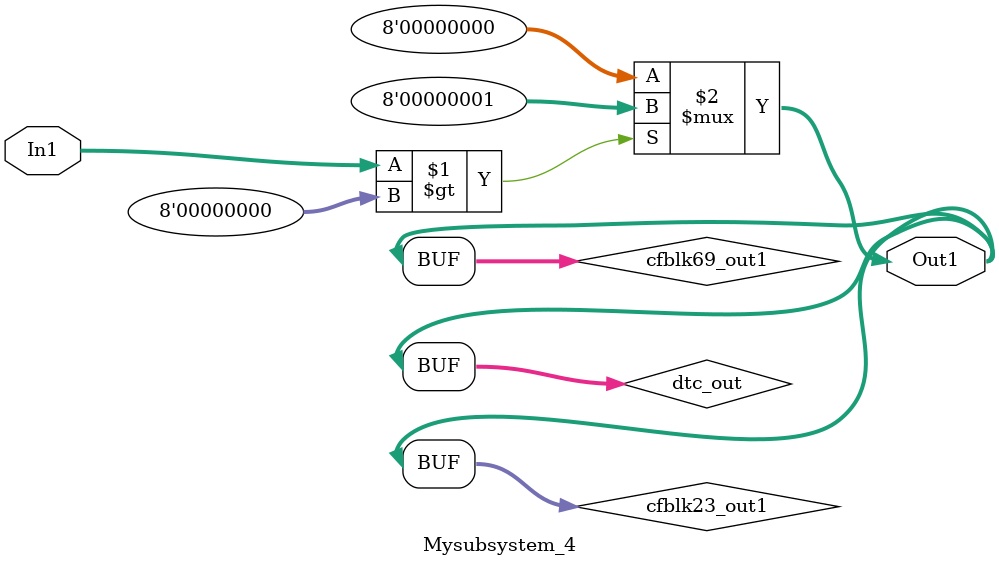
<source format=v>



`timescale 1 ns / 1 ns

module Mysubsystem_4
          (In1,
           Out1);


  input   [7:0] In1;  // uint8
  output  [7:0] Out1;  // uint8


  wire [7:0] cfblk23_out1;  // uint8
  wire [7:0] dtc_out;  // ufix8
  wire [7:0] cfblk69_out1;  // uint8


  assign cfblk23_out1 = (In1 > 8'b00000000 ? 8'b00000001 :
              8'b00000000);



  assign dtc_out = cfblk23_out1;



  assign cfblk69_out1 = dtc_out;



  assign Out1 = cfblk69_out1;

endmodule  // Mysubsystem_4


</source>
